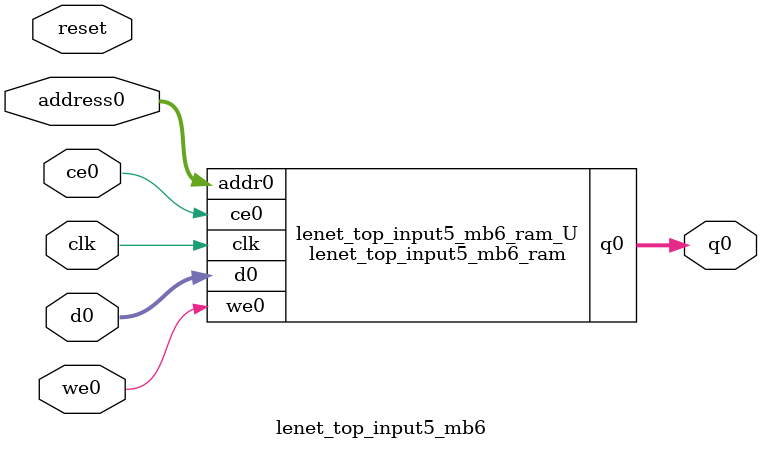
<source format=v>
`timescale 1 ns / 1 ps
module lenet_top_input5_mb6_ram (addr0, ce0, d0, we0, q0,  clk);

parameter DWIDTH = 32;
parameter AWIDTH = 9;
parameter MEM_SIZE = 400;

input[AWIDTH-1:0] addr0;
input ce0;
input[DWIDTH-1:0] d0;
input we0;
output reg[DWIDTH-1:0] q0;
input clk;

(* ram_style = "block" *)reg [DWIDTH-1:0] ram[0:MEM_SIZE-1];




always @(posedge clk)  
begin 
    if (ce0) 
    begin
        if (we0) 
        begin 
            ram[addr0] <= d0; 
        end 
        q0 <= ram[addr0];
    end
end


endmodule

`timescale 1 ns / 1 ps
module lenet_top_input5_mb6(
    reset,
    clk,
    address0,
    ce0,
    we0,
    d0,
    q0);

parameter DataWidth = 32'd32;
parameter AddressRange = 32'd400;
parameter AddressWidth = 32'd9;
input reset;
input clk;
input[AddressWidth - 1:0] address0;
input ce0;
input we0;
input[DataWidth - 1:0] d0;
output[DataWidth - 1:0] q0;



lenet_top_input5_mb6_ram lenet_top_input5_mb6_ram_U(
    .clk( clk ),
    .addr0( address0 ),
    .ce0( ce0 ),
    .we0( we0 ),
    .d0( d0 ),
    .q0( q0 ));

endmodule


</source>
